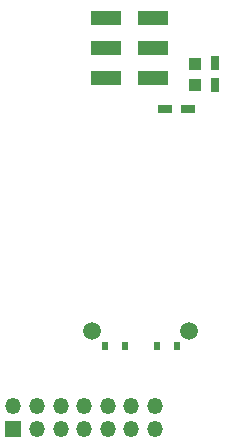
<source format=gbs>
G04 #@! TF.GenerationSoftware,KiCad,Pcbnew,5.0.0-rc3-6a2723a~65~ubuntu16.04.1*
G04 #@! TF.CreationDate,2018-07-10T16:09:43+03:00*
G04 #@! TF.ProjectId,livolo_1_channel_1way_eu_switch,6C69766F6C6F5F315F6368616E6E656C,rev?*
G04 #@! TF.SameCoordinates,Original*
G04 #@! TF.FileFunction,Soldermask,Bot*
G04 #@! TF.FilePolarity,Negative*
%FSLAX46Y46*%
G04 Gerber Fmt 4.6, Leading zero omitted, Abs format (unit mm)*
G04 Created by KiCad (PCBNEW 5.0.0-rc3-6a2723a~65~ubuntu16.04.1) date Tue Jul 10 16:09:43 2018*
%MOMM*%
%LPD*%
G01*
G04 APERTURE LIST*
%ADD10C,1.500000*%
%ADD11R,0.600000X0.800000*%
%ADD12O,1.350000X1.350000*%
%ADD13R,1.350000X1.350000*%
%ADD14R,1.200000X0.750000*%
%ADD15R,0.750000X1.200000*%
%ADD16R,2.500000X1.270000*%
%ADD17R,1.000000X0.995000*%
G04 APERTURE END LIST*
D10*
G04 #@! TO.C,REF\002A\002A*
X146500000Y-101200000D03*
G04 #@! TD*
G04 #@! TO.C,REF\002A\002A*
X138300000Y-101200000D03*
G04 #@! TD*
D11*
G04 #@! TO.C,D5*
X143800000Y-102500000D03*
X145500000Y-102500000D03*
G04 #@! TD*
G04 #@! TO.C,D6*
X139400000Y-102500000D03*
X141100000Y-102500000D03*
G04 #@! TD*
D12*
G04 #@! TO.C,P4*
X143650000Y-107550000D03*
X143650000Y-109550000D03*
X141650000Y-107550000D03*
X141650000Y-109550000D03*
X139650000Y-107550000D03*
X139650000Y-109550000D03*
X137650000Y-107550000D03*
X137650000Y-109550000D03*
X135650000Y-107550000D03*
X135650000Y-109550000D03*
X133650000Y-107550000D03*
X133650000Y-109550000D03*
X131650000Y-107550000D03*
D13*
X131650000Y-109550000D03*
G04 #@! TD*
D14*
G04 #@! TO.C,C3*
X146400000Y-82450000D03*
X144500000Y-82450000D03*
G04 #@! TD*
D15*
G04 #@! TO.C,C4*
X148750000Y-80400000D03*
X148750000Y-78500000D03*
G04 #@! TD*
D16*
G04 #@! TO.C,J1*
X139500000Y-79800000D03*
X139500000Y-77300000D03*
X139500000Y-74760000D03*
X143500000Y-74760000D03*
X143500000Y-77300000D03*
X143500000Y-79840000D03*
G04 #@! TD*
D17*
G04 #@! TO.C,R1*
X147000000Y-80375000D03*
X147000000Y-78600000D03*
G04 #@! TD*
M02*

</source>
